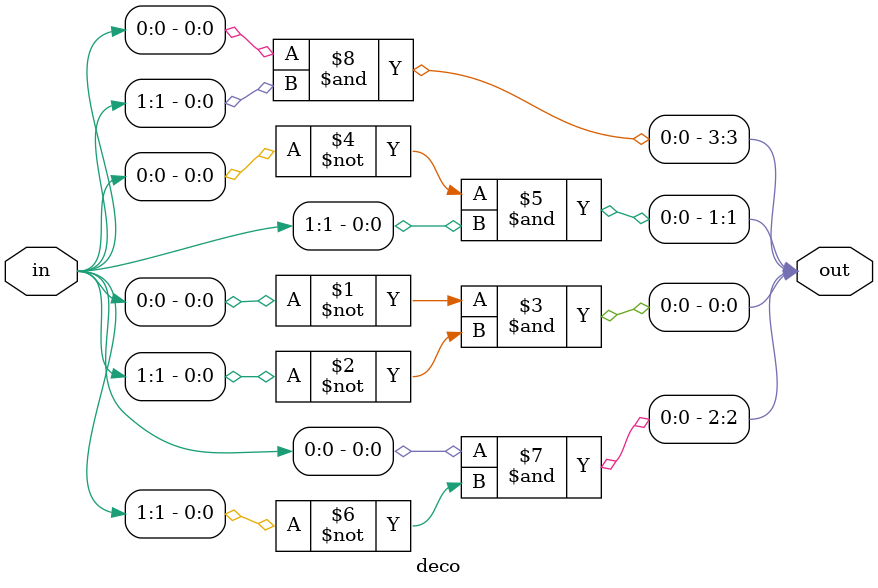
<source format=v>
`timescale 1ns / 1ps


module deco(
    input  [1:0] in,
    output [3:0] out
    );
    
    assign out[0] = ~in[0] & ~in[1];
    assign out[1] = ~in[0] & in[1];
    assign out[2] = in[0] & ~in[1];
    assign out[3] = in[0] & in[1];
endmodule

</source>
